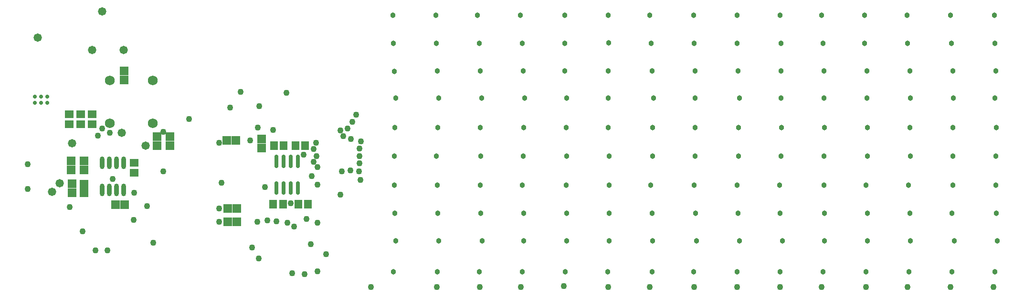
<source format=gbr>
%TF.GenerationSoftware,Altium Limited,Altium Designer,20.1.14 (287)*%
G04 Layer_Color=16711935*
%FSLAX26Y26*%
%MOIN*%
%TF.SameCoordinates,7E9A0AC4-0E20-4BBF-80A7-7FB1365180D4*%
%TF.FilePolarity,Negative*%
%TF.FileFunction,Soldermask,Bot*%
%TF.Part,Single*%
G01*
G75*
%TA.AperFunction,SMDPad,CuDef*%
%ADD44O,0.029654X0.094614*%
%ADD45O,0.031622X0.088709*%
%ADD46R,0.053276X0.061150*%
%ADD47R,0.061150X0.053276*%
%ADD48R,0.059181X0.063118*%
%ADD49R,0.063118X0.059181*%
%TA.AperFunction,ComponentPad*%
%ADD50C,0.043433*%
%ADD51C,0.068000*%
%TA.AperFunction,ViaPad*%
%ADD52C,0.043000*%
%ADD53C,0.027685*%
%ADD54C,0.038000*%
%ADD55C,0.058000*%
D44*
X3620000Y3200000D02*
D03*
X3670000D02*
D03*
X3720000D02*
D03*
X3770000D02*
D03*
X3620000Y3011024D02*
D03*
X3670000D02*
D03*
X3720000D02*
D03*
X3770000D02*
D03*
D45*
X2400837Y3190472D02*
D03*
X2450837D02*
D03*
X2500837D02*
D03*
X2550837D02*
D03*
X2400837Y2999528D02*
D03*
X2450837D02*
D03*
X2500837D02*
D03*
X2550837D02*
D03*
D46*
X3595551Y2900000D02*
D03*
X3664449D02*
D03*
X3819449Y3310000D02*
D03*
X3750551D02*
D03*
X3839449Y2900000D02*
D03*
X3770551D02*
D03*
X3669449Y3310000D02*
D03*
X3600551D02*
D03*
D47*
X2625837Y3189449D02*
D03*
Y3120551D02*
D03*
X2330837Y3460551D02*
D03*
Y3529449D02*
D03*
X2250837Y3460551D02*
D03*
Y3529449D02*
D03*
X2170837Y3460551D02*
D03*
Y3529449D02*
D03*
D48*
X3278504Y2775000D02*
D03*
X3341496D02*
D03*
X3336496Y3345000D02*
D03*
X3273504D02*
D03*
X3341496Y2870000D02*
D03*
X3278504D02*
D03*
X2557333Y2895000D02*
D03*
X2494341D02*
D03*
D49*
X3515000Y3293504D02*
D03*
Y3356496D02*
D03*
X2555837Y3832992D02*
D03*
Y3770000D02*
D03*
X2875837Y3371496D02*
D03*
Y3308504D02*
D03*
X2785837Y3371496D02*
D03*
Y3308504D02*
D03*
X2275191Y2977449D02*
D03*
Y3040441D02*
D03*
X2190522Y2978504D02*
D03*
Y3041496D02*
D03*
X2185837Y3201496D02*
D03*
Y3138504D02*
D03*
X2275837Y3201496D02*
D03*
Y3138504D02*
D03*
D50*
X1880837Y3180000D02*
D03*
Y3006772D02*
D03*
D51*
X2755837Y3765000D02*
D03*
Y3465000D02*
D03*
X2455837Y3765000D02*
D03*
Y3465000D02*
D03*
D52*
X2830000Y3405000D02*
D03*
X4085000Y3375000D02*
D03*
X3880000Y3285000D02*
D03*
Y3195000D02*
D03*
X3595000Y3420000D02*
D03*
X3720000Y2905000D02*
D03*
X3895000Y3330000D02*
D03*
X3905000Y2770000D02*
D03*
X3865000Y3095000D02*
D03*
X3295000Y3575000D02*
D03*
X4150000Y3475000D02*
D03*
X3900000Y3235000D02*
D03*
X4200000Y3185000D02*
D03*
X3500000Y3585000D02*
D03*
X4135000Y3135000D02*
D03*
X3905000Y3035000D02*
D03*
X3220000Y2870000D02*
D03*
X4140020Y3355020D02*
D03*
X4075000Y3130000D02*
D03*
X3695000Y2770000D02*
D03*
X3435000Y3345000D02*
D03*
X3860000Y2620000D02*
D03*
X3742347Y2742347D02*
D03*
X3485000Y2775000D02*
D03*
X3830000Y2794500D02*
D03*
X4200000Y3235000D02*
D03*
X4065000Y3415000D02*
D03*
X3220000Y2775000D02*
D03*
Y3330000D02*
D03*
X3810000Y3245000D02*
D03*
X4195000Y3130000D02*
D03*
X3620000Y2780000D02*
D03*
X3235000Y3050000D02*
D03*
X3490000Y3435000D02*
D03*
X3905000Y3160000D02*
D03*
X4115000Y3430000D02*
D03*
X4065000Y2965000D02*
D03*
X4210000Y3340000D02*
D03*
X3555000Y2785000D02*
D03*
X6835000Y2320000D02*
D03*
X7135000D02*
D03*
X4200000Y3290000D02*
D03*
X6225000Y2320000D02*
D03*
X5935000D02*
D03*
X5040000D02*
D03*
X5325000D02*
D03*
X4280000D02*
D03*
X4204500Y3070000D02*
D03*
X8625000Y2320000D02*
D03*
X8325000D02*
D03*
X8025000D02*
D03*
X7735000D02*
D03*
X7425000D02*
D03*
X6535000D02*
D03*
X5625000Y2325000D02*
D03*
X4740000Y2320000D02*
D03*
X2830409Y3128536D02*
D03*
X2625837Y2980000D02*
D03*
X2370885Y3379036D02*
D03*
X2620837Y2790000D02*
D03*
X2400837Y3430000D02*
D03*
X2455837Y3400000D02*
D03*
X2715837Y2885000D02*
D03*
X3450000Y2596500D02*
D03*
X3690000Y3680000D02*
D03*
X3370000Y3685000D02*
D03*
X2440000Y2575000D02*
D03*
X2265000Y2710000D02*
D03*
X2760000Y2630000D02*
D03*
X3815000Y2410000D02*
D03*
X3730000Y2415000D02*
D03*
X2355000Y2575000D02*
D03*
X3905000Y2430000D02*
D03*
X3965000Y2550000D02*
D03*
X3540000Y3020000D02*
D03*
X3495000Y2520000D02*
D03*
X3010000Y3495000D02*
D03*
X4175000Y3525000D02*
D03*
X2175837Y2880000D02*
D03*
X2475837Y3075315D02*
D03*
D53*
X1932530Y3608347D02*
D03*
Y3651654D02*
D03*
X1975837Y3608347D02*
D03*
Y3651654D02*
D03*
X2019144Y3608347D02*
D03*
Y3651654D02*
D03*
D54*
X4450769Y2640769D02*
D03*
X6835769Y2427000D02*
D03*
X7135769Y2425769D02*
D03*
X4445769Y2835769D02*
D03*
X4440769Y3030769D02*
D03*
Y3235769D02*
D03*
X6530769Y2427000D02*
D03*
X6240769D02*
D03*
X4435769Y2425769D02*
D03*
X5335769D02*
D03*
X5930769D02*
D03*
X4740769D02*
D03*
X5035769D02*
D03*
X5635769D02*
D03*
X4445769Y3435769D02*
D03*
X4450769Y3640769D02*
D03*
X4440769Y3830144D02*
D03*
X4430769Y4220769D02*
D03*
X4730769D02*
D03*
X5020769D02*
D03*
X5320769D02*
D03*
X5630769D02*
D03*
X5935769D02*
D03*
X6225769D02*
D03*
X6530769D02*
D03*
X6835769D02*
D03*
X7135769D02*
D03*
X7425769D02*
D03*
X7725769D02*
D03*
X8020769D02*
D03*
X8325769D02*
D03*
X8630769D02*
D03*
X4435769Y4025769D02*
D03*
X4735769D02*
D03*
X5035769D02*
D03*
X5335769D02*
D03*
X5630769D02*
D03*
X5937682Y4027682D02*
D03*
X6235769Y4025769D02*
D03*
X6535769D02*
D03*
X6835769D02*
D03*
X7140769D02*
D03*
X7435769D02*
D03*
X7725769D02*
D03*
X8025769D02*
D03*
X8330769D02*
D03*
X8635769D02*
D03*
X4740769Y3830769D02*
D03*
X5042682Y3831432D02*
D03*
X5340769Y3830769D02*
D03*
X5630769D02*
D03*
X5935769D02*
D03*
X6240769D02*
D03*
X6540769D02*
D03*
X6840769D02*
D03*
X7140769D02*
D03*
X7440769D02*
D03*
X7740769D02*
D03*
X8040769D02*
D03*
X8340769D02*
D03*
X8640769D02*
D03*
X4750769Y3640769D02*
D03*
X5050769D02*
D03*
X5350769D02*
D03*
X5645769D02*
D03*
X5935769D02*
D03*
X6250769D02*
D03*
X6540769D02*
D03*
X6850769D02*
D03*
X7140769D02*
D03*
X7440769D02*
D03*
X7740769D02*
D03*
X8045769D02*
D03*
X8345769D02*
D03*
X8635769D02*
D03*
X4745769Y3435769D02*
D03*
X5040769D02*
D03*
X5345769D02*
D03*
X5640769D02*
D03*
X5935769D02*
D03*
X6245769D02*
D03*
X6540769D02*
D03*
X6845769D02*
D03*
X7145769D02*
D03*
X7445769D02*
D03*
X7745769D02*
D03*
X8040769D02*
D03*
X8343269D02*
D03*
X8645769D02*
D03*
X4735769Y3235769D02*
D03*
X5045769D02*
D03*
X5340769D02*
D03*
X5645769D02*
D03*
X5940769D02*
D03*
X6245769D02*
D03*
X6540769D02*
D03*
X6845769D02*
D03*
X7140769D02*
D03*
X7440769D02*
D03*
X7745769D02*
D03*
X8045769D02*
D03*
X8340769D02*
D03*
X8640769D02*
D03*
X4740769Y3030769D02*
D03*
X5040769D02*
D03*
X5335769D02*
D03*
X5640769D02*
D03*
X5940769D02*
D03*
X6230769D02*
D03*
X6535769D02*
D03*
X6835769D02*
D03*
X7130769D02*
D03*
X7440769D02*
D03*
X7735769D02*
D03*
X8030769D02*
D03*
X8340769D02*
D03*
X8640769D02*
D03*
X5345769Y2835769D02*
D03*
X5645769D02*
D03*
X5940769D02*
D03*
X6240769D02*
D03*
X6545769D02*
D03*
X6840769D02*
D03*
X7135769D02*
D03*
X7445769D02*
D03*
X7745769D02*
D03*
X8040769D02*
D03*
X8335769D02*
D03*
X8645769D02*
D03*
X4750769Y2640769D02*
D03*
X5055769D02*
D03*
X5345769D02*
D03*
X5645769D02*
D03*
X5940769D02*
D03*
X6245769D02*
D03*
X6550769D02*
D03*
X6850769D02*
D03*
X7150769D02*
D03*
X7445769D02*
D03*
X7745769D02*
D03*
X8045769D02*
D03*
X8350769D02*
D03*
X8650769D02*
D03*
X7435769Y2425769D02*
D03*
X7735769D02*
D03*
X8035769D02*
D03*
X8335769D02*
D03*
X8635769D02*
D03*
X4745769Y2835769D02*
D03*
X5045769D02*
D03*
D55*
X2540000Y3400000D02*
D03*
X2705837Y3310000D02*
D03*
X1950837Y4065000D02*
D03*
X2330837Y3980000D02*
D03*
X2552333D02*
D03*
X2190837Y3325000D02*
D03*
X2050837Y2985000D02*
D03*
X2105837Y3045000D02*
D03*
X2400837Y4250000D02*
D03*
%TF.MD5,a20ec9bfec42da0b2bc0043056111a8f*%
M02*

</source>
